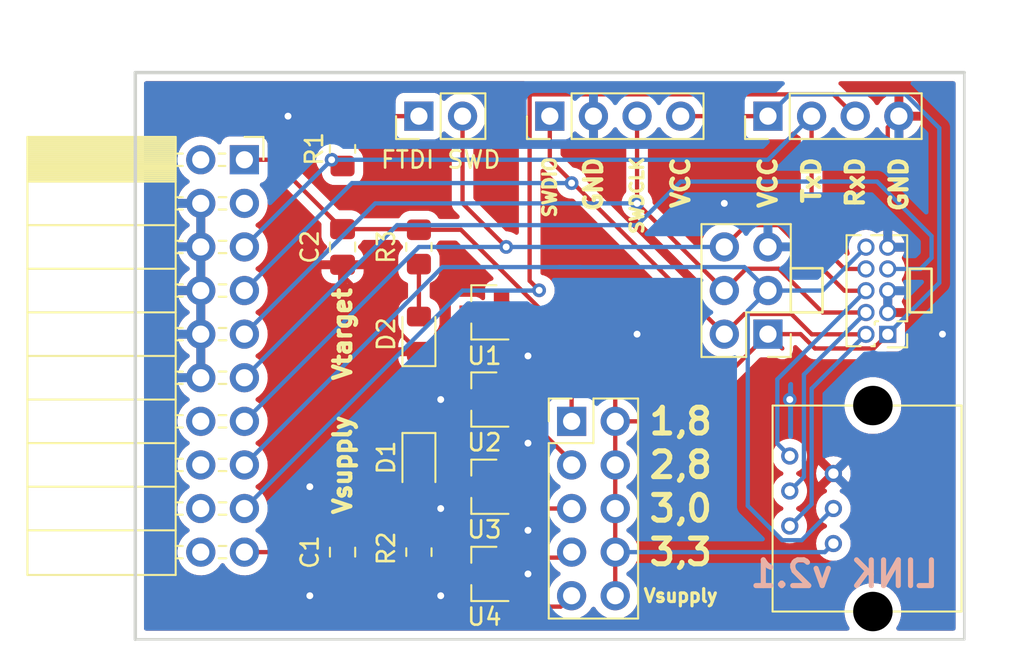
<source format=kicad_pcb>
(kicad_pcb (version 20211014) (generator pcbnew)
  (layers (0 "F.Cu" signal) (31 "B.Cu" signal) (34 "B.Paste" user "B.Plakken") (35 "F.Paste" user "F.Plakken") (36 "B.SilkS" user "B.Silkscreen") (37 "F.SilkS" user "F.Silkscreen") (38 "B.Mask" user) (39 "F.Mask" user "F. masker") (44 "Edge.Cuts" user))
  (net 0 "")
  (net 1 "TMS")
  (net 2 "GND")
  (net 3 "TCK")
  (net 4 "3V3")
  (net 5 "TDO")
  (net 6 "TDI")
  (net 7 "VTref")
  (net 8 "Net-(D2-Pad2)")
  (net 9 "Net-(D1-Pad2)")
  (net 10 "5V")
  (net 11 "2V8")
  (net 12 "1V8")
  (net 13 "3V0")
  (net 15 "nTRST")
  (net 16 "RTCK")
  (net 18 "nSRST")
  (net 20 "DBGRQ")
  (net 23 "Net-(J2-Pad1)")
  (footprint "Resistor_SMD:R_0805_2012Metric_Pad1.20x1.40mm_HandSolder" (layer "F.Cu") (at 137.16 73.66 -90)
    (fp_text reference "R3" (at 0 1.905 -90) (layer "F.SilkS"))
    (fp_text value "R")
    (fp_line (start -0.227064 0.735) (end 0.227064 0.735) (layer "F.SilkS") (width 0.12))
    (fp_line (start -0.227064 -0.735) (end 0.227064 -0.735) (layer "F.SilkS") (width 0.12))
    (pad "1" smd roundrect (at -1 0 270) (size 1.2 1.4) (layers "F.Cu" "F.Paste" "F.Mask") (roundrect_rratio 0.2083333333) (net 7 "VTref"))
    (pad "2" smd roundrect (at 1 0 270) (size 1.2 1.4) (layers "F.Cu" "F.Paste" "F.Mask") (roundrect_rratio 0.2083333333) (net 8 "Net-(D2-Pad2)"))
  )
  (footprint "LED_SMD:LED_0805_2012Metric_Pad1.15x1.40mm_HandSolder" (layer "F.Cu") (at 137.16 86.36 -90)
    (fp_text reference "D1" (at -0.43 1.905 -90) (layer "F.SilkS"))
    (fp_text value "LED")
    (fp_line (start -1.86 0.96) (end 1 0.96) (layer "F.SilkS") (width 0.12))
    (fp_line (start -1.86 -0.96) (end -1.86 0.96) (layer "F.SilkS") (width 0.12))
    (fp_line (start 1 -0.96) (end -1.86 -0.96) (layer "F.SilkS") (width 0.12))
    (pad "1" smd roundrect (at -1.025 0 270) (size 1.15 1.4) (layers "F.Cu" "F.Paste" "F.Mask") (roundrect_rratio 0.2173913043) (net 2 "GND"))
    (pad "2" smd roundrect (at 1.025 0 270) (size 1.15 1.4) (layers "F.Cu" "F.Paste" "F.Mask") (roundrect_rratio 0.2173913043) (net 9 "Net-(D1-Pad2)"))
  )
  (footprint "LED_SMD:LED_0805_2012Metric_Pad1.15x1.40mm_HandSolder" (layer "F.Cu") (at 137.16 78.74 90)
    (fp_text reference "D2" (at 0 -1.905 90) (layer "F.SilkS"))
    (fp_text value "LED")
    (fp_line (start -1.86 -0.96) (end -1.86 0.96) (layer "F.SilkS") (width 0.12))
    (fp_line (start 1 -0.96) (end -1.86 -0.96) (layer "F.SilkS") (width 0.12))
    (fp_line (start -1.86 0.96) (end 1 0.96) (layer "F.SilkS") (width 0.12))
    (pad "1" smd roundrect (at -1.025 0 90) (size 1.15 1.4) (layers "F.Cu" "F.Paste" "F.Mask") (roundrect_rratio 0.2173913043) (net 2 "GND"))
    (pad "2" smd roundrect (at 1.025 0 90) (size 1.15 1.4) (layers "F.Cu" "F.Paste" "F.Mask") (roundrect_rratio 0.2173913043) (net 8 "Net-(D2-Pad2)"))
  )
  (footprint "Connector_PinSocket_2.54mm:PinSocket_2x10_P2.54mm_Horizontal" (layer "F.Cu") (at 127 68.58)
    (fp_text reference "J1" hide)
    (fp_text value "Conn_02x05_Odd_Even")
    (fp_line (start -1.49 5.44) (end -1.05 5.44) (layer "F.SilkS") (width 0.12))
    (fp_line (start -4 13.06) (end -3.59 13.06) (layer "F.SilkS") (width 0.12))
    (fp_line (start -4 2.9) (end -3.59 2.9) (layer "F.SilkS") (width 0.12))
    (fp_line (start -12.63 0.44333) (end -4 0.44333) (layer "F.SilkS") (width 0.12))
    (fp_line (start -4 22.5) (end -3.59 22.5) (layer "F.SilkS") (width 0.12))
    (fp_line (start -12.63 -0.50143) (end -4 -0.50143) (layer "F.SilkS") (width 0.12))
    (fp_line (start -4 20.68) (end -3.59 20.68) (layer "F.SilkS") (width 0.12))
    (fp_line (start -12.63 -0.147145) (end -4 -0.147145) (layer "F.SilkS") (width 0.12))
    (fp_line (start -1.49 14.88) (end -1.05 14.88) (layer "F.SilkS") (width 0.12))
    (fp_line (start -12.63 -1.33) (end -4 -1.33) (layer "F.SilkS") (width 0.12))
    (fp_line (start -4 5.44) (end -3.59 5.44) (layer "F.SilkS") (width 0.12))
    (fp_line (start -1.49 15.6) (end -1.05 15.6) (layer "F.SilkS") (width 0.12))
    (fp_line (start -12.63 21.59) (end -4 21.59) (layer "F.SilkS") (width 0.12))
    (fp_line (start -4 0.36) (end -3.59 0.36) (layer "F.SilkS") (width 0.12))
    (fp_line (start -1.49 10.52) (end -1.05 10.52) (layer "F.SilkS") (width 0.12))
    (fp_line (start -12.63 1.033805) (end -4 1.033805) (layer "F.SilkS") (width 0.12))
    (fp_line (start -4 15.6) (end -3.59 15.6) (layer "F.SilkS") (width 0.12))
    (fp_line (start -12.63 -0.02905) (end -4 -0.02905) (layer "F.SilkS") (width 0.12))
    (fp_line (start -4 17.42) (end -3.59 17.42) (layer "F.SilkS") (width 0.12))
    (fp_line (start -4 23.22) (end -3.59 23.22) (layer "F.SilkS") (width 0.12))
    (fp_line (start 1.11 -1.33) (end 1.11 0) (layer "F.SilkS") (width 0.12))
    (fp_line (start -12.63 -0.383335) (end -4 -0.383335) (layer "F.SilkS") (width 0.12))
    (fp_line (start -4 19.96) (end -3.59 19.96) (layer "F.SilkS") (width 0.12))
    (fp_line (start -12.63 1.27) (end -4 1.27) (layer "F.SilkS") (width 0.12))
    (fp_line (start -1.49 2.9) (end -1.05 2.9) (layer "F.SilkS") (width 0.12))
    (fp_line (start -4 2.18) (end -3.59 2.18) (layer "F.SilkS") (width 0.12))
    (fp_line (start -4 10.52) (end -3.59 10.52) (layer "F.SilkS") (width 0.12))
    (fp_line (start -4 9.8) (end -3.59 9.8) (layer "F.SilkS") (width 0.12))
    (fp_line (start -12.63 0.91571) (end -4 0.91571) (layer "F.SilkS") (width 0.12))
    (fp_line (start -4 18.14) (end -3.59 18.14) (layer "F.SilkS") (width 0.12))
    (fp_line (start -1.49 -0.36) (end -1.11 -0.36) (layer "F.SilkS") (width 0.12))
    (fp_line (start -12.63 -0.97381) (end -4 -0.97381) (layer "F.SilkS") (width 0.12))
    (fp_line (start -4 14.88) (end -3.59 14.88) (layer "F.SilkS") (width 0.12))
    (fp_line (start -12.63 -1.091905) (end -4 -1.091905) (layer "F.SilkS") (width 0.12))
    (fp_line (start -1.49 17.42) (end -1.05 17.42) (layer "F.SilkS") (width 0.12))
    (fp_line (start -12.63 -0.619525) (end -4 -0.619525) (layer "F.SilkS") (width 0.12))
    (fp_line (start -1.49 0.36) (end -1.11 0.36) (layer "F.SilkS") (width 0.12))
    (fp_line (start -1.49 20.68) (end -1.05 20.68) (layer "F.SilkS") (width 0.12))
    (fp_line (start -12.63 -0.855715) (end -4 -0.855715) (layer "F.SilkS") (width 0.12))
    (fp_line (start -1.49 23.22) (end -1.05 23.22) (layer "F.SilkS") (width 0.12))
    (fp_line (start -1.49 2.18) (end -1.05 2.18) (layer "F.SilkS") (width 0.12))
    (fp_line (start -12.63 0.561425) (end -4 0.561425) (layer "F.SilkS") (width 0.12))
    (fp_line (start -4 -0.36) (end -3.59 -0.36) (layer "F.SilkS") (width 0.12))
    (fp_line (start -12.63 -1.33) (end -12.63 24.19) (layer "F.SilkS") (width 0.12))
    (fp_line (start -1.49 18.14) (end -1.05 18.14) (layer "F.SilkS") (width 0.12))
    (fp_line (start -4 12.34) (end -3.59 12.34) (layer "F.SilkS") (width 0.12))
    (fp_line (start -1.49 22.5) (end -1.05 22.5) (layer "F.SilkS") (width 0.12))
    (fp_line (start -12.63 -0.73762) (end -4 -0.73762) (layer "F.SilkS") (width 0.12))
    (fp_line (start -12.63 0.325235) (end -4 0.325235) (layer "F.SilkS") (width 0.12))
    (fp_line (start -12.63 0.20714) (end -4 0.20714) (layer "F.SilkS") (width 0.12))
    (fp_line (start -1.49 7.26) (end -1.05 7.26) (layer "F.SilkS") (width 0.12))
    (fp_line (start -1.49 7.98) (end -1.05 7.98) (layer "F.SilkS") (width 0.12))
    (fp_line (start -1.49 19.96) (end -1.05 19.96) (layer "F.SilkS") (width 0.12))
    (fp_line (start -12.63 13.97) (end -4 13.97) (layer "F.SilkS") (width 0.12))
    (fp_line (start -12.63 1.1519) (end -4 1.1519) (layer "F.SilkS") (width 0.12))
    (fp_line (start -1.49 9.8) (end -1.05 9.8) (layer "F.SilkS") (width 0.12))
    (fp_line (start -12.63 6.35) (end -4 6.35) (layer "F.SilkS") (width 0.12))
    (fp_line (start -1.49 12.34) (end -1.05 12.34) (layer "F.SilkS") (width 0.12))
    (fp_line (start -12.63 0.089045) (end -4 0.089045) (layer "F.SilkS") (width 0.12))
    (fp_line (start -12.63 0.797615) (end -4 0.797615) (layer "F.SilkS") (width 0.12))
    (fp_line (start -4 7.98) (end -3.59 7.98) (layer "F.SilkS") (width 0.12))
    (fp_line (start -12.63 -0.26524) (end -4 -0.26524) (layer "F.SilkS") (width 0.12))
    (fp_line (start -1.49 13.06) (end -1.05 13.06) (layer "F.SilkS") (width 0.12))
    (fp_line (start -12.63 24.19) (end -4 24.19) (layer "F.SilkS") (width 0.12))
    (fp_line (start -12.63 16.51) (end -4 16.51) (layer "F.SilkS") (width 0.12))
    (fp_line (start -12.63 19.05) (end -4 19.05) (layer "F.SilkS") (width 0.12))
    (fp_line (start -4 4.72) (end -3.59 4.72) (layer "F.SilkS") (width 0.12))
    (fp_line (start -12.63 0.67952) (end -4 0.67952) (layer "F.SilkS") (width 0.12))
    (fp_line (start -4 -1.33) (end -4 24.19) (layer "F.SilkS") (width 0.12))
    (fp_line (start -12.63 11.43) (end -4 11.43) (layer "F.SilkS") (width 0.12))
    (fp_line (start -12.63 3.81) (end -4 3.81) (layer "F.SilkS") (width 0.12))
    (fp_line (start 0 -1.33) (end 1.11 -1.33) (layer "F.SilkS") (width 0.12))
    (fp_line (start -12.63 -1.21) (end -4 -1.21) (layer "F.SilkS") (width 0.12))
    (fp_line (start -12.63 8.89) (end -4 8.89) (layer "F.SilkS") (width 0.12))
    (fp_line (start -4 7.26) (end -3.59 7.26) (layer "F.SilkS") (width 0.12))
    (fp_line (start -1.49 4.72) (end -1.05 4.72) (layer "F.SilkS") (width 0.12))
    (pad "1" thru_hole rect locked (at 0 0) (size 1.7 1.7) (drill 1) (layers *.Cu *.Mask) (net 7 "VTref"))
    (pad "2" thru_hole oval locked (at -2.54 0) (size 1.7 1.7) (drill 1) (layers *.Cu *.Mask))
    (pad "3" thru_hole oval locked (at 0 2.54) (size 1.7 1.7) (drill 1) (layers *.Cu *.Mask) (net 15 "nTRST"))
    (pad "4" thru_hole oval locked (at -2.54 2.54) (size 1.7 1.7) (drill 1) (layers *.Cu *.Mask) (net 2 "GND"))
    (pad "5" thru_hole oval locked (at 0 5.08) (size 1.7 1.7) (drill 1) (layers *.Cu *.Mask) (net 6 "TDI"))
    (pad "6" thru_hole oval locked (at -2.54 5.08) (size 1.7 1.7) (drill 1) (layers *.Cu *.Mask) (net 2 "GND"))
    (pad "7" thru_hole oval locked (at 0 7.62) (size 1.7 1.7) (drill 1) (layers *.Cu *.Mask) (net 1 "TMS"))
    (pad "8" thru_hole oval locked (at -2.54 7.62) (size 1.7 1.7) (drill 1) (layers *.Cu *.Mask) (net 2 "GND"))
    (pad "9" thru_hole oval locked (at 0 10.16) (size 1.7 1.7) (drill 1) (layers *.Cu *.Mask) (net 3 "TCK"))
    (pad "10" thru_hole oval locked (at -2.54 10.16) (size 1.7 1.7) (drill 1) (layers *.Cu *.Mask) (net 2 "GND"))
    (pad "11" thru_hole oval locked (at 0 12.7) (size 1.7 1.7) (drill 1) (layers *.Cu *.Mask) (net 16 "RTCK"))
    (pad "12" thru_hole oval locked (at -2.54 12.7) (size 1.7 1.7) (drill 1) (layers *.Cu *.Mask) (net 2 "GND"))
    (pad "13" thru_hole oval locked (at 0 15.24) (size 1.7 1.7) (drill 1) (layers *.Cu *.Mask) (net 5 "TDO"))
    (pad "14" thru_hole oval locked (at -2.54 15.24) (size 1.7 1.7) (drill 1) (layers *.Cu *.Mask))
    (pad "15" thru_hole oval locked (at 0 17.78) (size 1.7 1.7) (drill 1) (layers *.Cu *.Mask) (net 18 "nSRST"))
    (pad "16" thru_hole oval locked (at -2.54 17.78) (size 1.7 1.7) (drill 1) (layers *.Cu *.Mask))
    (pad "17" thru_hole oval locked (at 0 20.32) (size 1.7 1.7) (drill 1) (layers *.Cu *.Mask) (net 20 "DBGRQ"))
    (pad "18" thru_hole oval locked (at -2.54 20.32) (size 1.7 1.7) (drill 1) (layers *.Cu *.Mask))
    (pad "19" thru_hole oval locked (at 0 22.86) (size 1.7 1.7) (drill 1) (layers *.Cu *.Mask) (net 10 "5V"))
    (pad "20" thru_hole oval locked (at -2.54 22.86) (size 1.7 1.7) (drill 1) (layers *.Cu *.Mask))
  )
  (footprint "Connector_PinHeader_2.54mm:PinHeader_1x04_P2.54mm_Vertical" (layer "F.Cu") (at 144.78 66.04 90)
    (fp_text reference "J4" hide)
    (fp_text value "Conn_01x04_Male")
    (fp_line (start -1.33 8.95) (end 1.33 8.95) (layer "F.SilkS") (width 0.12))
    (fp_line (start -1.33 0) (end -1.33 -1.33) (layer "F.SilkS") (width 0.12))
    (fp_line (start -1.33 1.27) (end -1.33 8.95) (layer "F.SilkS") (width 0.12))
    (fp_line (start -1.33 -1.33) (end 0 -1.33) (layer "F.SilkS") (width 0.12))
    (fp_line (start -1.33 1.27) (end 1.33 1.27) (layer "F.SilkS") (width 0.12))
    (fp_line (start 1.33 1.27) (end 1.33 8.95) (layer "F.SilkS") (width 0.12))
    (pad "1" thru_hole rect locked (at 0 0 90) (size 1.7 1.7) (drill 1) (layers *.Cu *.Mask) (net 1 "TMS"))
    (pad "2" thru_hole oval locked (at 0 2.54 90) (size 1.7 1.7) (drill 1) (layers *.Cu *.Mask) (net 2 "GND"))
    (pad "3" thru_hole oval locked (at 0 5.08 90) (size 1.7 1.7) (drill 1) (layers *.Cu *.Mask) (net 3 "TCK"))
    (pad "4" thru_hole oval locked (at 0 7.62 90) (size 1.7 1.7) (drill 1) (layers *.Cu *.Mask) (net 7 "VTref"))
  )
  (footprint "Connector_PinHeader_1.27mm:PinHeader_2x05_P1.27mm_Vertical" (layer "F.Cu") (at 164.455 78.75 180)
    (fp_text reference "J5" hide)
    (fp_text value "Conn_02x05_Odd_Even")
    (fp_line (start -1.13 0) (end -1.13 -0.76) (layer "F.SilkS") (width 0.12))
    (fp_line (start 1.57753 5.775) (end 2.4 5.775) (layer "F.SilkS") (width 0.12))
    (fp_line (start -1.13 -0.76) (end 0 -0.76) (layer "F.SilkS") (width 0.12))
    (fp_line (start 1.57753 -0.695) (end 2.4 -0.695) (layer "F.SilkS") (width 0.12))
    (fp_line (start 0.30753 5.775) (end 0.96247 5.775) (layer "F.SilkS") (width 0.12))
    (fp_line (start -1.13 0.76) (end -0.563471 0.76) (layer "F.SilkS") (width 0.12))
    (fp_line (start 0.76 0.706529) (end 0.76 0.563471) (layer "F.SilkS") (width 0.12))
    (fp_line (start 0.76 -0.695) (end 0.96247 -0.695) (layer "F.SilkS") (width 0.12))
    (fp_line (start 0.563471 0.76) (end 0.706529 0.76) (layer "F.SilkS") (width 0.12))
    (fp_line (start -1.13 0.76) (end -1.13 5.775) (layer "F.SilkS") (width 0.12))
    (fp_line (start -1.13 5.775) (end -0.30753 5.775) (layer "F.SilkS") (width 0.12))
    (fp_line (start 0.76 -0.563471) (end 0.76 -0.695) (layer "F.SilkS") (width 0.12))
    (fp_line (start 2.4 -0.695) (end 2.4 5.775) (layer "F.SilkS") (width 0.12))
    (pad "1" thru_hole rect locked (at 0 0 180) (size 1 1) (drill 0.65) (layers *.Cu *.Mask) (net 7 "VTref"))
    (pad "2" thru_hole oval locked (at 1.27 0 180) (size 1 1) (drill 0.65) (layers *.Cu *.Mask) (net 1 "TMS"))
    (pad "3" thru_hole oval locked (at 0 1.27 180) (size 1 1) (drill 0.65) (layers *.Cu *.Mask) (net 2 "GND"))
    (pad "4" thru_hole oval locked (at 1.27 1.27 180) (size 1 1) (drill 0.65) (layers *.Cu *.Mask) (net 3 "TCK"))
    (pad "5" thru_hole oval locked (at 0 2.54 180) (size 1 1) (drill 0.65) (layers *.Cu *.Mask) (net 2 "GND"))
    (pad "6" thru_hole oval locked (at 1.27 2.54 180) (size 1 1) (drill 0.65) (layers *.Cu *.Mask) (net 5 "TDO"))
    (pad "7" thru_hole oval locked (at 0 3.81 180) (size 1 1) (drill 0.65) (layers *.Cu *.Mask) (net 16 "RTCK"))
    (pad "8" thru_hole oval locked (at 1.27 3.81 180) (size 1 1) (drill 0.65) (layers *.Cu *.Mask) (net 6 "TDI"))
    (pad "9" thru_hole oval locked (at 0 5.08 180) (size 1 1) (drill 0.65) (layers *.Cu *.Mask) (net 2 "GND"))
    (pad "10" thru_hole oval locked (at 1.27 5.08 180) (size 1 1) (drill 0.65) (layers *.Cu *.Mask) (net 18 "nSRST"))
  )
  (footprint "Capacitor_SMD:C_0805_2012Metric_Pad1.18x1.45mm_HandSolder" (layer "F.Cu") (at 132.715 91.44 90)
    (fp_text reference "C1" (at 0 -1.905 90) (layer "F.SilkS"))
    (fp_text value "C_Small")
    (fp_line (start -0.261252 -0.735) (end 0.261252 -0.735) (layer "F.SilkS") (width 0.12))
    (fp_line (start -0.261252 0.735) (end 0.261252 0.735) (layer "F.SilkS") (width 0.12))
    (pad "1" smd roundrect (at -1.0375 0 90) (size 1.175 1.45) (layers "F.Cu" "F.Paste" "F.Mask") (roundrect_rratio 0.2127659574) (net 10 "5V"))
    (pad "2" smd roundrect (at 1.0375 0 90) (size 1.175 1.45) (layers "F.Cu" "F.Paste" "F.Mask") (roundrect_rratio 0.2127659574) (net 2 "GND"))
  )
  (footprint "Capacitor_SMD:C_0805_2012Metric_Pad1.18x1.45mm_HandSolder" (layer "F.Cu") (at 132.715 73.66 -90)
    (fp_text reference "C2" (at 0 1.905 -90) (layer "F.SilkS"))
    (fp_text value "C_Small")
    (fp_line (start -0.261252 0.735) (end 0.261252 0.735) (layer "F.SilkS") (width 0.12))
    (fp_line (start -0.261252 -0.735) (end 0.261252 -0.735) (layer "F.SilkS") (width 0.12))
    (pad "1" smd roundrect (at -1.0375 0 270) (size 1.175 1.45) (layers "F.Cu" "F.Paste" "F.Mask") (roundrect_rratio 0.2127659574) (net 7 "VTref"))
    (pad "2" smd roundrect (at 1.0375 0 270) (size 1.175 1.45) (layers "F.Cu" "F.Paste" "F.Mask") (roundrect_rratio 0.2127659574) (net 2 "GND"))
  )
  (footprint "Connector_PinHeader_2.54mm:PinHeader_1x04_P2.54mm_Vertical" (layer "F.Cu") (at 157.48 66.04 90)
    (fp_text reference "J3" hide)
    (fp_text value "Conn_01x04_Male")
    (fp_line (start -1.33 1.27) (end 1.33 1.27) (layer "F.SilkS") (width 0.12))
    (fp_line (start 1.33 1.27) (end 1.33 8.95) (layer "F.SilkS") (width 0.12))
    (fp_line (start -1.33 -1.33) (end 0 -1.33) (layer "F.SilkS") (width 0.12))
    (fp_line (start -1.33 0) (end -1.33 -1.33) (layer "F.SilkS") (width 0.12))
    (fp_line (start -1.33 8.95) (end 1.33 8.95) (layer "F.SilkS") (width 0.12))
    (fp_line (start -1.33 1.27) (end -1.33 8.95) (layer "F.SilkS") (width 0.12))
    (pad "1" thru_hole rect locked (at 0 0 90) (size 1.7 1.7) (drill 1) (layers *.Cu *.Mask) (net 7 "VTref"))
    (pad "2" thru_hole oval locked (at 0 2.54 90) (size 1.7 1.7) (drill 1) (layers *.Cu *.Mask) (net 6 "TDI"))
    (pad "3" thru_hole oval locked (at 0 5.08 90) (size 1.7 1.7) (drill 1) (layers *.Cu *.Mask) (net 20 "DBGRQ"))
    (pad "4" thru_hole oval locked (at 0 7.62 90) (size 1.7 1.7) (drill 1) (layers *.Cu *.Mask) (net 2 "GND"))
  )
  (footprint "Resistor_SMD:R_0805_2012Metric_Pad1.20x1.40mm_HandSolder" (layer "F.Cu") (at 137.16 91.44 90)
    (fp_text reference "R2" (at 0.2175 -1.905 90) (layer "F.SilkS"))
    (fp_text value "R")
    (fp_line (start -0.227064 -0.735) (end 0.227064 -0.735) (layer "F.SilkS") (width 0.12))
    (fp_line (start -0.227064 0.735) (end 0.227064 0.735) (layer "F.SilkS") (width 0.12))
    (pad "1" smd roundrect (at -1 0 90) (size 1.2 1.4) (layers "F.Cu" "F.Paste" "F.Mask") (roundrect_rratio 0.2083333333) (net 10 "5V"))
    (pad "2" smd roundrect (at 1 0 90) (size 1.2 1.4) (layers "F.Cu" "F.Paste" "F.Mask") (roundrect_rratio 0.2083333333) (net 9 "Net-(D1-Pad2)"))
  )
  (footprint "AvS_Connector:RJ11" (layer "F.Cu") (at 158.75 88.9 -90)
    (fp_text reference "J6" hide)
    (fp_text value "RJ12")
    (fp_line (start 6 1) (end -6 1) (layer "F.SilkS") (width 0.12))
    (fp_line (start 6 -10) (end 6 -5) (layer "F.SilkS") (width 0.12))
    (fp_line (start -6 1) (end -6 -5) (layer "F.SilkS") (width 0.12))
    (fp_line (start -6 -5) (end -6 -10) (layer "F.SilkS") (width 0.12))
    (fp_line (start 6 -5) (end 6 1) (layer "F.SilkS") (width 0.12))
    (fp_line (start -6 -10) (end 6 -10) (layer "F.SilkS") (width 0.12))
    (pad "" np_thru_hole circle (at 6 -4.84 270) (size 2.3 2.3) (drill 2.3) (layers *.Mask))
    (pad "" np_thru_hole circle (at -6 -4.84 270) (size 2.3 2.3) (drill 2.3) (layers *.Mask))
    (pad "1" thru_hole circle (at -3.06 0 270) (size 1 1) (drill 0.6) (layers *.Cu *.Mask) (net 5 "TDO"))
    (pad "2" thru_hole circle (at -2.04 -2.54 270) (size 1 1) (drill 0.6) (layers *.Cu *.Mask) (net 2 "GND"))
    (pad "3" thru_hole circle (at -1.02 0 270) (size 1 1) (drill 0.6) (layers *.Cu *.Mask) (net 3 "TCK"))
    (pad "4" thru_hole circle (at 0 -2.54 270) (size 1 1) (drill 0.6) (layers *.Cu *.Mask) (net 18 "nSRST"))
    (pad "5" thru_hole circle (at 1.02 0 270) (size 1 1) (drill 0.6) (layers *.Cu *.Mask) (net 1 "TMS"))
    (pad "6" thru_hole circle (at 2.04 -2.54 270) (size 1 1) (drill 0.6) (layers *.Cu *.Mask) (net 7 "VTref"))
  )
  (footprint "Connector_PinHeader_2.54mm:PinHeader_2x03_P2.54mm_Vertical" (layer "F.Cu") (at 157.48 78.74 180)
    (fp_text reference "J7" hide)
    (fp_text value "Conn_02x03_Odd_Even")
    (fp_line (start -1.33 -1.33) (end 0 -1.33) (layer "F.SilkS") (width 0.12))
    (fp_line (start -1.33 1.27) (end 1.27 1.27) (layer "F.SilkS") (width 0.12))
    (fp_line (start 1.27 1.27) (end 1.27 -1.33) (layer "F.SilkS") (width 0.12))
    (fp_line (start -1.33 6.41) (end 3.87 6.41) (layer "F.SilkS") (width 0.12))
    (fp_line (start 1.27 -1.33) (end 3.87 -1.33) (layer "F.SilkS") (width 0.12))
    (fp_line (start -1.33 1.27) (end -1.33 6.41) (layer "F.SilkS") (width 0.12))
    (fp_line (start 3.87 -1.33) (end 3.87 6.41) (layer "F.SilkS") (width 0.12))
    (fp_line (start -1.33 0) (end -1.33 -1.33) (layer "F.SilkS") (width 0.12))
    (pad "1" thru_hole rect locked (at 0 0 180) (size 1.7 1.7) (drill 1) (layers *.Cu *.Mask) (net 7 "VTref"))
    (pad "2" thru_hole oval locked (at 2.54 0 180) (size 1.7 1.7) (drill 1) (layers *.Cu *.Mask) (net 1 "TMS"))
    (pad "3" thru_hole oval locked (at 0 2.54 180) (size 1.7 1.7) (drill 1) (layers *.Cu *.Mask) (net 18 "nSRST"))
    (pad "4" thru_hole oval locked (at 2.54 2.54 180) (size 1.7 1.7) (drill 1) (layers *.Cu *.Mask) (net 3 "TCK"))
    (pad "5" thru_hole oval locked (at 0 5.08 180) (size 1.7 1.7) (drill 1) (layers *.Cu *.Mask) (net 2 "GND"))
    (pad "6" thru_hole oval locked (at 2.54 5.08 180) (size 1.7 1.7) (drill 1) (layers *.Cu *.Mask) (net 5 "TDO"))
  )
  (footprint "Connector_PinHeader_2.54mm:PinHeader_2x05_P2.54mm_Vertical" (layer "F.Cu") (at 146.05 83.82)
    (fp_text reference "J8" hide)
    (fp_text value "Conn_02x05_Counter_Clockwise")
    (fp_line (start -1.33 0) (end -1.33 -1.33) (layer "F.SilkS") (width 0.12))
    (fp_line (start 3.87 -1.33) (end 3.87 11.49) (layer "F.SilkS") (width 0.12))
    (fp_line (start 1.27 1.27) (end 1.27 -1.33) (layer "F.SilkS") (width 0.12))
    (fp_line (start -1.33 1.27) (end 1.27 1.27) (layer "F.SilkS") (width 0.12))
    (fp_line (start 1.27 -1.33) (end 3.87 -1.33) (layer "F.SilkS") (width 0.12))
    (fp_line (start -1.33 -1.33) (end 0 -1.33) (layer "F.SilkS") (width 0.12))
    (fp_line (start -1.33 1.27) (end -1.33 11.49) (layer "F.SilkS") (width 0.12))
    (fp_line (start -1.33 11.49) (end 3.87 11.49) (layer "F.SilkS") (width 0.12))
    (pad "1" thru_hole rect (at 0 0) (size 1.7 1.7) (drill 1) (layers *.Cu *.Mask) (net 12 "1V8"))
    (pad "2" thru_hole oval (at 2.54 0) (size 1.7 1.7) (drill 1) (layers *.Cu *.Mask) (net 7 "VTref"))
    (pad "3" thru_hole oval (at 0 2.54) (size 1.7 1.7) (drill 1) (layers *.Cu *.Mask) (net 11 "2V8"))
    (pad "4" thru_hole oval (at 2.54 2.54) (size 1.7 1.7) (drill 1) (layers *.Cu *.Mask) (net 7 "VTref"))
    (pad "5" thru_hole oval (at 0 5.08) (size 1.7 1.7) (drill 1) (layers *.Cu *.Mask) (net 13 "3V0"))
    (pad "6" thru_hole oval (at 2.54 5.08) (size 1.7 1.7) (drill 1) (layers *.Cu *.Mask) (net 7 "VTref"))
    (pad "7" thru_hole oval (at 0 7.62) (size 1.7 1.7) (drill 1) (layers *.Cu *.Mask) (net 4 "3V3"))
    (pad "8" thru_hole oval (at 2.54 7.62) (size 1.7 1.7) (drill 1) (layers *.Cu *.Mask) (net 7 "VTref"))
    (pad "9" thru_hole oval (at 0 10.16) (size 1.7 1.7) (drill 1) (layers *.Cu *.Mask) (net 10 "5V"))
    (pad "10" thru_hole oval (at 2.54 10.16) (size 1.7 1.7) (drill 1) (layers *.Cu *.Mask) (net 7 "VTref"))
  )
  (footprint "Package_TO_SOT_SMD:SOT-23" (layer "F.Cu") (at 140.97 92.71 180)
    (fp_text reference "U4" (at 0 -2.5 180) (layer "F.SilkS"))
    (fp_text value "MCP1700-3302E_SOT23" hide)
    (fp_line (start 0.76 -1.58) (end 0.76 -0.65) (layer "F.SilkS") (width 0.12))
    (fp_line (start 0.76 -1.58) (end -1.4 -1.58) (layer "F.SilkS") (width 0.12))
    (fp_line (start 0.76 1.58) (end -0.7 1.58) (layer "F.SilkS") (width 0.12))
    (fp_line (start 0.76 1.58) (end 0.76 0.65) (layer "F.SilkS") (width 0.12))
    (pad "1" smd rect locked (at -1 -0.95 180) (size 0.9 0.8) (layers "F.Cu" "F.Paste" "F.Mask") (net 2 "GND"))
    (pad "2" smd rect locked (at -1 0.95 180) (size 0.9 0.8) (layers "F.Cu" "F.Paste" "F.Mask") (net 4 "3V3"))
    (pad "3" smd rect locked (at 1 0 180) (size 0.9 0.8) (layers "F.Cu" "F.Paste" "F.Mask") (net 10 "5V"))
  )
  (footprint "Package_TO_SOT_SMD:SOT-23" (layer "F.Cu") (at 140.97 87.63 180)
    (fp_text reference "U3" (at 0 -2.5 180) (layer "F.SilkS"))
    (fp_text value "MCP1700-3002E_SOT23" hide)
    (fp_line (start 0.76 -1.58) (end 0.76 -0.65) (layer "F.SilkS") (width 0.12))
    (fp_line (start 0.76 1.58) (end 0.76 0.65) (layer "F.SilkS") (width 0.12))
    (fp_line (start 0.76 -1.58) (end -1.4 -1.58) (layer "F.SilkS") (width 0.12))
    (fp_line (start 0.76 1.58) (end -0.7 1.58) (layer "F.SilkS") (width 0.12))
    (pad "1" smd rect locked (at -1 -0.95 180) (size 0.9 0.8) (layers "F.Cu" "F.Paste" "F.Mask") (net 2 "GND"))
    (pad "2" smd rect locked (at -1 0.95 180) (size 0.9 0.8) (layers "F.Cu" "F.Paste" "F.Mask") (net 13 "3V0"))
    (pad "3" smd rect locked (at 1 0 180) (size 0.9 0.8) (layers "F.Cu" "F.Paste" "F.Mask") (net 10 "5V"))
  )
  (footprint "Package_TO_SOT_SMD:SOT-23" (layer "F.Cu") (at 140.97 82.55 180)
    (fp_text reference "U2" (at 0 -2.5 180) (layer "F.SilkS"))
    (fp_text value "MCP1700-2802E_SOT23" hide)
    (fp_line (start 0.76 -1.58) (end 0.76 -0.65) (layer "F.SilkS") (width 0.12))
    (fp_line (start 0.76 1.58) (end 0.76 0.65) (layer "F.SilkS") (width 0.12))
    (fp_line (start 0.76 -1.58) (end -1.4 -1.58) (layer "F.SilkS") (width 0.12))
    (fp_line (start 0.76 1.58) (end -0.7 1.58) (layer "F.SilkS") (width 0.12))
    (pad "1" smd rect locked (at -1 -0.95 180) (size 0.9 0.8) (layers "F.Cu" "F.Paste" "F.Mask") (net 2 "GND"))
    (pad "2" smd rect locked (at -1 0.95 180) (size 0.9 0.8) (layers "F.Cu" "F.Paste" "F.Mask") (net 11 "2V8"))
    (pad "3" smd rect locked (at 1 0 180) (size 0.9 0.8) (layers "F.Cu" "F.Paste" "F.Mask") (net 10 "5V"))
  )
  (footprint "Package_TO_SOT_SMD:SOT-23" (layer "F.Cu") (at 140.97 77.47 180)
    (fp_text reference "U1" (at 0 -2.54 180) (layer "F.SilkS"))
    (fp_text value "MCP1700-1802E_SOT23" hide)
    (fp_line (start 0.76 1.58) (end -0.7 1.58) (layer "F.SilkS") (width 0.12))
    (fp_line (start 0.76 -1.58) (end -1.4 -1.58) (layer "F.SilkS") (width 0.12))
    (fp_line (start 0.76 1.58) (end 0.76 0.65) (layer "F.SilkS") (width 0.12))
    (fp_line (start 0.76 -1.58) (end 0.76 -0.65) (layer "F.SilkS") (width 0.12))
    (pad "1" smd rect locked (at -1 -0.95 180) (size 0.9 0.8) (layers "F.Cu" "F.Paste" "F.Mask") (net 2 "GND"))
    (pad "2" smd rect locked (at -1 0.95 180) (size 0.9 0.8) (layers "F.Cu" "F.Paste" "F.Mask") (net 12 "1V8"))
    (pad "3" smd rect locked (at 1 0 180) (size 0.9 0.8) (layers "F.Cu" "F.Paste" "F.Mask") (net 10 "5V"))
  )
  (footprint "Connector_PinHeader_2.54mm:PinHeader_1x02_P2.54mm_Vertical" (layer "F.Cu") (at 137.16 66.04 90)
    (fp_text reference "J2" hide)
    (fp_text value "Conn_02x01")
    (fp_line (start -1.33 1.27) (end 1.33 1.27) (layer "F.SilkS") (width 0.12))
    (fp_line (start -1.33 3.87) (end 1.33 3.87) (layer "F.SilkS") (width 0.12))
    (fp_line (start -1.33 0) (end -1.33 -1.33) (layer "F.SilkS") (width 0.12))
    (fp_line (start -1.33 1.27) (end -1.33 3.87) (layer "F.SilkS") (width 0.12))
    (fp_line (start 1.33 1.27) (end 1.33 3.87) (layer "F.SilkS") (width 0.12))
    (fp_line (start -1.33 -1.33) (end 0 -1.33) (layer "F.SilkS") (width 0.12))
    (pad "1" thru_hole rect (at 0 0 90) (size 1.7 1.7) (drill 1) (layers *.Cu *.Mask) (net 23 "Net-(J2-Pad1)"))
    (pad "2" thru_hole oval (at 0 2.54 90) (size 1.7 1.7) (drill 1) (layers *.Cu *.Mask) (net 5 "TDO"))
  )
  (footprint "Resistor_SMD:R_0805_2012Metric_Pad1.20x1.40mm_HandSolder" (layer "F.Cu") (at 132.715 67.945 90)
    (fp_text reference "R1" (at 0 -1.65 90) (layer "F.SilkS"))
    (fp_text value "R")
    (fp_line (start -0.227064 -0.735) (end 0.227064 -0.735) (layer "F.SilkS") (width 0.12))
    (fp_line (start -0.227064 0.735) (end 0.227064 0.735) (layer "F.SilkS") (width 0.12))
    (pad "1" smd roundrect (at -1 0 90) (size 1.2 1.4) (layers "F.Cu" "F.Paste" "F.Mask") (roundrect_rratio 0.2083333333) (net 6 "TDI"))
    (pad "2" smd roundrect (at 1 0 90) (size 1.2 1.4) (layers "F.Cu" "F.Paste" "F.Mask") (roundrect_rratio 0.2083333333) (net 23 "Net-(J2-Pad1)"))
  )
  (gr_rect (start 158.81 74.9) (end 160.655 77.47) (layer "F.SilkS") (width 0.15) (fill none))
  (gr_rect (start 165.735 74.93) (end 167.005 77.47) (layer "F.SilkS") (width 0.15) (fill none))
  (gr_line (start 120.65 63.5) (end 168.91 63.5) (layer "Edge.Cuts") (width 0.2))
  (gr_line (start 120.65 96.52) (end 120.65 63.5) (layer "Edge.Cuts") (width 0.2))
  (gr_line (start 120.65 96.52) (end 168.91 96.52) (layer "Edge.Cuts") (width 0.15))
  (gr_line (start 168.91 63.5) (end 168.91 96.52) (layer "Edge.Cuts") (width 0.15))
  (gr_text "LINK v2.1" (at 161.925 92.71) (layer "B.SilkS") (effects (font (size 1.5 1.5) (thickness 0.3)) (justify mirror)))
  (gr_text "SWDCLK" (at 149.86 68.326 90) (layer "F.SilkS") (effects (font (size 0.75 0.75) (thickness 0.1875)) (justify right)))
  (gr_text "VCC" (at 152.4 68.326 90) (layer "F.SilkS") (effects (font (size 1 1) (thickness 0.25)) (justify right)))
  (gr_text "VCC" (at 157.48 68.326 90) (layer "F.SilkS") (effects (font (size 1 1) (thickness 0.25)) (justify right)))
  (gr_text "GND" (at 165.1 68.326 90) (layer "F.SilkS") (effects (font (size 1 1) (thickness 0.25)) (justify right)))
  (gr_text "RxD" (at 162.56 68.326 90) (layer "F.SilkS") (effects (font (size 1 1) (thickness 0.25)) (justify right)))
  (gr_text "TxD" (at 160.02 68.326 90) (layer "F.SilkS") (effects (font (size 1 1) (thickness 0.25)) (justify right)))
  (gr_text "FTDI SWD" (at 138.43 68.58) (layer "F.SilkS") (effects (font (size 1 1))))
  (gr_text "3,3" (at 152.4 91.44) (layer "F.SilkS") (effects (font (size 1.5 1.5) (thickness 0.3))))
  (gr_text "SWDIO" (at 144.78 68.326 90) (layer "F.SilkS") (effects (font (size 0.75 0.75) (thickness 0.1875)) (justify right)))
  (gr_text "Vtarget" (at 132.715 78.74 90) (layer "F.SilkS") (effects (font (size 1 1) (thickness 0.25))))
  (gr_text "3,0" (at 152.4 88.9) (layer "F.SilkS") (effects (font (size 1.5 1.5) (thickness 0.3))))
  (gr_text "2,8" (at 152.4 86.36) (layer "F.SilkS") (effects (font (size 1.5 1.5) (thickness 0.3))))
  (gr_text "Vsupply" (at 152.4 93.98) (layer "F.SilkS") (effects (font (size 0.75 0.75) (thickness 0.1875))))
  (gr_text "GND" (at 147.32 68.326 90) (layer "F.SilkS") (effects (font (size 1 1) (thickness 0.25)) (justify right)))
  (gr_text "Vsupply" (at 132.715 86.36 90) (layer "F.SilkS") (effects (font (size 1 1) (thickness 0.25))))
  (gr_text "1,8" (at 152.4 83.82) (layer "F.SilkS") (effects (font (size 1.5 1.5) (thickness 0.3))))
  (segment (start 158.845489 77.565489) (end 160.03 78.75) (width 0.25) (layer "F.Cu") (net 1))
  (segment (start 156.114511 77.565489) (end 158.845489 77.565489) (width 0.25) (layer "F.Cu") (net 1))
  (segment (start 160.03 78.75) (end 163.185 78.75) (width 0.25) (layer "F.Cu") (net 1))
  (segment (start 144.78 66.04) (end 144.78 68.58) (width 0.25) (layer "F.Cu") (net 1))
  (segment (start 144.78 68.58) (end 154.94 78.74) (width 0.25) (layer "F.Cu") (net 1))
  (segment (start 154.94 78.74) (end 156.114511 77.565489) (width 0.25) (layer "F.Cu") (net 1))
  (via (at 146.05 69.9395) (size 0.8) (drill 0.4) (layers "F.Cu" "B.Cu") (net 1))
  (segment (start 158.75 89.92) (end 160.024031 88.645969) (width 0.25) (layer "B.Cu") (net 1))
  (segment (start 160.024031 88.645969) (end 160.024031 81.910969) (width 0.25) (layer "B.Cu") (net 1))
  (segment (start 127 76.2) (end 133.2605 69.9395) (width 0.25) (layer "B.Cu") (net 1))
  (segment (start 133.2605 69.9395) (end 146.05 69.9395) (width 0.25) (layer "B.Cu") (net 1))
  (segment (start 160.024031 81.910969) (end 163.185 78.75) (width 0.25) (layer "B.Cu") (net 1))
  (segment (start 137.16 85.335) (end 137.16 79.765) (width 0.25) (layer "F.Cu") (net 2))
  (segment (start 164.455 66.685) (end 165.1 66.04) (width 0.25) (layer "F.Cu") (net 2))
  (segment (start 141.195489 79.194511) (end 141.97 78.42) (width 0.25) (layer "F.Cu") (net 2))
  (segment (start 132.715 90.4025) (end 132.715 89.78) (width 0.25) (layer "F.Cu") (net 2))
  (segment (start 141.195489 87.805489) (end 141.195489 84.274511) (width 0.25) (layer "F.Cu") (net 2))
  (segment (start 141.97 88.58) (end 141.195489 87.805489) (width 0.25) (layer "F.Cu") (net 2))
  (segment (start 132.715 89.78) (end 137.16 85.335) (width 0.25) (layer "F.Cu") (net 2))
  (segment (start 141.195489 92.885489) (end 141.195489 89.354511) (width 0.25) (layer "F.Cu") (net 2))
  (segment (start 141.97 93.66) (end 141.195489 92.885489) (width 0.25) (layer "F.Cu") (net 2))
  (segment (start 137.16 79.765) (end 132.715 75.32) (width 0.25) (layer "F.Cu") (net 2))
  (segment (start 164.455 73.67) (end 164.455 66.685) (width 0.25) (layer "F.Cu") (net 2))
  (segment (start 141.195489 84.274511) (end 141.97 83.5) (width 0.25) (layer "F.Cu") (net 2))
  (segment (start 141.195489 89.354511) (end 141.97 88.58) (width 0.25) (layer "F.Cu") (net 2))
  (segment (start 141.97 83.5) (end 141.195489 82.725489) (width 0.25) (layer "F.Cu") (net 2))
  (segment (start 132.715 75.32) (end 132.715 74.6975) (width 0.25) (layer "F.Cu") (net 2))
  (segment (start 141.195489 82.725489) (end 141.195489 79.194511) (width 0.25) (layer "F.Cu") (net 2))
  (via (at 143.51 85.09) (size 0.8) (drill 0.4) (layers "F.Cu" "B.Cu") (net 2))
  (via (at 149.86 78.74) (size 0.8) (drill 0.4) (layers "F.Cu" "B.Cu") (net 2))
  (via (at 138.43 82.55) (size 0.8) (drill 0.4) (layers "F.Cu" "B.Cu") (net 2))
  (via (at 158.75 82.55) (size 0.8) (drill 0.4) (layers "F.Cu" "B.Cu") (net 2))
  (via (at 138.43 88.9) (size 0.8) (drill 0.4) (layers "F.Cu" "B.Cu") (net 2))
  (via (at 129.54 66.04) (size 0.8) (drill 0.4) (layers "F.Cu" "B.Cu") (net 2))
  (via (at 143.51 90.17) (size 0.8) (drill 0.4) (layers "F.Cu" "B.Cu") (net 2))
  (via (at 130.81 93.98) (size 0.8) (drill 0.4) (layers "F.Cu" "B.Cu") (net 2))
  (via (at 138.43 93.98) (size 0.8) (drill 0.4) (layers "F.Cu" "B.Cu") (net 2))
  (via (at 154.94 71.12) (size 0.8) (drill 0.4) (layers "F.Cu" "B.Cu") (net 2))
  (via (at 143.51 80.01) (size 0.8) (drill 0.4) (layers "F.Cu" "B.Cu") (net 2))
  (via (at 130.81 87.63) (size 0.8) (drill 0.4) (layers "F.Cu" "B.Cu") (net 2))
  (via (at 167.64 78.74) (size 0.8) (drill 0.4) (layers "F.Cu" "B.Cu") (net 2))
  (via (at 143.51 92.71) (size 0.8) (drill 0.4) (layers "F.Cu" "B.Cu") (net 2))
  (segment (start 160.665 77.48) (end 163.185 77.48) (width 0.25) (layer "F.Cu") (net 3))
  (segment (start 154.94 76.2) (end 156.21 74.93) (width 0.25) (layer "F.Cu") (net 3))
  (segment (start 149.86 71.12) (end 149.86 66.04) (width 0.25) (layer "F.Cu") (net 3))
  (segment (start 154.94 76.2) (end 149.86 71.12) (width 0.25) (layer "F.Cu") (net 3))
  (segment (start 158.115 74.93) (end 160.665 77.48) (width 0.25) (layer "F.Cu") (net 3))
  (segment (start 156.21 74.93) (end 158.115 74.93) (width 0.25) (layer "F.Cu") (net 3))
  (via (at 149.86 71.12) (size 0.8) (drill 0.4) (layers "F.Cu" "B.Cu") (net 3))
  (segment (start 159.574511 86.106) (end 159.574511 81.217489) (width 0.25) (layer "B.Cu") (net 3))
  (segment (start 163.185 77.48) (end 159.574511 81.090489) (width 0.25) (layer "B.Cu") (net 3))
  (segment (start 158.75 87.88) (end 159.574511 87.055489) (width 0.25) (layer "B.Cu") (net 3))
  (segment (start 159.574511 81.090489) (end 159.574511 81.217489) (width 0.25) (layer "B.Cu") (net 3))
  (segment (start 159.574511 87.055489) (end 159.574511 86.106) (width 0.25) (layer "B.Cu") (net 3))
  (segment (start 127 78.74) (end 134.62 71.12) (width 0.25) (layer "B.Cu") (net 3))
  (segment (start 134.62 71.12) (end 149.86 71.12) (width 0.25) (layer "B.Cu") (net 3))
  (segment (start 141.97 91.76) (end 145.73 91.76) (width 0.25) (layer "F.Cu") (net 4))
  (segment (start 145.73 91.76) (end 146.05 91.44) (width 0.25) (layer "F.Cu") (net 4))
  (segment (start 156.21 72.39) (end 158.115 72.39) (width 0.25) (layer "F.Cu") (net 5))
  (segment (start 158.115 72.39) (end 161.935 76.21) (width 0.25) (layer "F.Cu") (net 5))
  (segment (start 161.935 76.21) (end 163.185 76.21) (width 0.25) (layer "F.Cu") (net 5))
  (segment (start 154.94 73.66) (end 156.21 72.39) (width 0.25) (layer "F.Cu") (net 5))
  (segment (start 139.7 71.12) (end 142.24 73.66) (width 0.25) (layer "F.Cu") (net 5))
  (segment (start 139.7 66.04) (end 139.7 71.12) (width 0.25) (layer "F.Cu") (net 5))
  (via (at 142.24 73.66) (size 0.8) (drill 0.4) (layers "F.Cu" "B.Cu") (net 5))
  (segment (start 158.025489 81.369511) (end 163.185 76.21) (width 0.25) (layer "B.Cu") (net 5))
  (segment (start 137.16 73.66) (end 154.94 73.66) (width 0.25) (layer "B.Cu") (net 5))
  (segment (start 158.025489 85.115489) (end 158.025489 81.369511) (width 0.25) (layer "B.Cu") (net 5))
  (segment (start 127 83.82) (end 137.16 73.66) (width 0.25) (layer "B.Cu") (net 5))
  (segment (start 158.75 85.84) (end 158.025489 85.115489) (width 0.25) (layer "B.Cu") (net 5))
  (segment (start 160.02 66.04) (end 160.02 73.025) (width 0.25) (layer "F.Cu") (net 6))
  (segment (start 161.935 74.94) (end 163.185 74.94) (width 0.25) (layer "F.Cu") (net 6))
  (segment (start 160.02 73.025) (end 161.935 74.94) (width 0.25) (layer "F.Cu") (net 6))
  (via (at 132.08 68.58) (size 0.8) (drill 0.4) (layers "F.Cu" "B.Cu") (net 6))
  (segment (start 127 73.66) (end 131.445 69.215) (width 0.25) (layer "B.Cu") (net 6))
  (segment (start 157.48 68.58) (end 160.02 66.04) (width 0.25) (layer "B.Cu") (net 6))
  (segment (start 131.445 69.215) (end 132.08 68.58) (width 0.25) (layer "B.Cu") (net 6))
  (segment (start 132.08 68.58) (end 157.48 68.58) (width 0.25) (layer "B.Cu") (net 6))
  (segment (start 137.1225 72.6225) (end 137.16 72.66) (width 0.25) (layer "F.Cu") (net 7))
  (segment (start 159.702141 79.057859) (end 160.218793 79.574511) (width 0.25) (layer "F.Cu") (net 7))
  (segment (start 127 68.58) (end 128.6725 68.58) (width 0.25) (layer "F.Cu") (net 7))
  (segment (start 139.609022 72.66) (end 148.59 81.640978) (width 0.25) (layer "F.Cu") (net 7))
  (segment (start 160.218793 79.574511) (end 163.630489 79.574511) (width 0.25) (layer "F.Cu") (net 7))
  (segment (start 132.715 72.6225) (end 137.1225 72.6225) (width 0.25) (layer "F.Cu") (net 7))
  (segment (start 164.455 78.75) (end 163.630489 79.574511) (width 0.25) (layer "F.Cu") (net 7))
  (segment (start 157.48 78.74) (end 159.384282 78.74) (width 0.25) (layer "F.Cu") (net 7))
  (segment (start 157.48 78.74) (end 152.4 83.82) (width 0.25) (layer "F.Cu") (net 7))
  (segment (start 163.630489 79.574511) (end 163.83 79.375) (width 0.25) (layer "F.Cu") (net 7))
  (segment (start 158.314511 79.574511) (end 157.48 78.74) (width 0.25) (layer "F.Cu") (net 7))
  (segment (start 128.6725 68.58) (end 132.715 72.6225) (width 0.25) (layer "F.Cu") (net 7))
  (segment (start 148.59 83.82) (end 148.59 93.98) (width 0.25) (layer "F.Cu") (net 7))
  (segment (start 159.384282 78.74) (end 159.702141 79.057859) (width 0.25) (layer "F.Cu") (net 7))
  (segment (start 152.4 83.82) (end 148.59 83.82) (width 0.25) (layer "F.Cu") (net 7))
  (segment (start 148.59 81.640978) (end 148.59 83.82) (width 0.25) (layer "F.Cu") (net 7))
  (segment (start 152.4 66.04) (end 157.48 66.04) (width 0.25) (layer "F.Cu") (net 7))
  (segment (start 149.11 85.84) (end 148.59 86.36) (width 0.25) (layer "F.Cu") (net 7))
  (segment (start 137.16 72.66) (end 139.609022 72.66) (width 0.25) (layer "F.Cu") (net 7))
  (segment (start 148.59 91.44) (end 160.790001 91.439999) (width 0.25) (layer "B.Cu") (net 7))
  (segment (start 160.790001 91.439999) (end 161.29 90.94) (width 0.25) (layer "B.Cu") (net 7))
  (segment (start 165.49101 64.77) (end 158.75 64.77) (width 0.25) (layer "B.Cu") (net 7))
  (segment (start 158.75 64.77) (end 157.48 66.04) (width 0.25) (layer "B.Cu") (net 7))
  (segment (start 167.45452 66.73351) (end 165.49101 64.77) (width 0.25) (layer "B.Cu") (net 7))
  (segment (start 167.45452 75.75048) (end 167.45452 66.73351) (width 0.25) (layer "B.Cu") (net 7))
  (segment (start 164.455 78.75) (end 167.45452 75.75048) (width 0.25) (layer "B.Cu") (net 7))
  (segment (start 137.16 77.715) (end 137.16 74.66) (width 0.25) (layer "F.Cu") (net 8))
  (segment (start 137.16 90.44) (end 137.16 87.385) (width 0.25) (layer "F.Cu") (net 9))
  (segment (start 137.43 92.71) (end 139.97 92.71) (width 0.25) (layer "F.Cu") (net 10))
  (segment (start 139.97 87.63) (end 139.97 82.55) (width 0.25) (layer "F.Cu") (net 10))
  (segment (start 139.97 92.71) (end 139.97 87.63) (width 0.25) (layer "F.Cu") (net 10))
  (segment (start 128.905 91.44) (end 129.9425 92.4775) (width 0.25) (layer "F.Cu") (net 10))
  (segment (start 139.97 93.36) (end 141.225 94.615) (width 0.25) (layer "F.Cu") (net 10))
  (segment (start 132.715 92.4775) (end 137.1225 92.4775) (width 0.25) (layer "F.Cu") (net 10))
  (segment (start 137.16 92.44) (end 137.43 92.71) (width 0.25) (layer "F.Cu") (net 10))
  (segment (start 139.97 92.71) (end 139.97 93.36) (width 0.25) (layer "F.Cu") (net 10))
  (segment (start 139.97 82.55) (end 139.97 77.47) (width 0.25) (layer "F.Cu") (net 10))
  (segment (start 129.9425 92.4775) (end 132.715 92.4775) (width 0.25) (layer "F.Cu") (net 10))
  (segment (start 127 91.44) (end 128.905 91.44) (width 0.25) (layer "F.Cu") (net 10))
  (segment (start 145.415 94.615) (end 146.05 93.98) (width 0.25) (layer "F.Cu") (net 10))
  (segment (start 137.1225 92.4775) (end 137.16 92.44) (width 0.25) (layer "F.Cu") (net 10))
  (segment (start 141.225 94.615) (end 145.415 94.615) (width 0.25) (layer "F.Cu") (net 10))
  (segment (start 141.97 81.6) (end 141.97 82.089022) (width 0.25) (layer "F.Cu") (net 11))
  (segment (start 146.05 86.169022) (end 146.05 86.36) (width 0.25) (layer "F.Cu") (net 11))
  (segment (start 141.97 82.089022) (end 146.05 86.169022) (width 0.25) (layer "F.Cu") (net 11))
  (segment (start 146.05 80.6) (end 146.05 83.82) (width 0.25) (layer "F.Cu") (net 12))
  (segment (start 141.97 76.52) (end 146.05 80.6) (width 0.25) (layer "F.Cu") (net 12))
  (segment (start 141.97 86.68) (end 141.97 86.725) (width 0.25) (layer "F.Cu") (net 13))
  (segment (start 141.97 86.725) (end 144.145 88.9) (width 0.25) (layer "F.Cu") (net 13))
  (segment (start 144.145 88.9) (end 146.05 88.9) (width 0.25) (layer "F.Cu") (net 13))
  (segment (start 149.86 72.39) (end 152.4 69.85) (width 0.25) (layer "B.Cu") (net 16))
  (segment (start 167.005 74.295) (end 166.36 74.94) (width 0.25) (layer "B.Cu") (net 16))
  (segment (start 135.89 72.39) (end 149.86 72.39) (width 0.25) (layer "B.Cu") (net 16))
  (segment (start 152.4 69.85) (end 163.83 69.85) (width 0.25) (layer "B.Cu") (net 16))
  (segment (start 166.36 74.94) (end 164.455 74.94) (width 0.25) (layer "B.Cu") (net 16))
  (segment (start 167.005 73.025) (end 167.005 74.295) (width 0.25) (layer "B.Cu") (net 16))
  (segment (start 127 81.28) (end 135.89 72.39) (width 0.25) (layer "B.Cu") (net 16))
  (segment (start 163.83 69.85) (end 167.005 73.025) (width 0.25) (layer "B.Cu") (net 16))
  (segment (start 157.48 76.2) (end 156.114511 74.834511) (width 0.25) (layer "B.Cu") (net 18))
  (segment (start 157.48 76.2) (end 160.655 76.2) (width 0.25) (layer "B.Cu") (net 18))
  (segment (start 158.308511 90.744511) (end 156.305489 88.741489) (width 0.25) (layer "B.Cu") (net 18))
  (segment (start 159.445489 90.744511) (end 158.308511 90.744511) (width 0.25) (layer "B.Cu") (net 18))
  (segment (start 145.319511 74.834511) (end 146.589511 74.834511) (width 0.25) (layer "B.Cu") (net 18))
  (segment (start 138.525489 74.834511) (end 145.319511 74.834511) (width 0.25) (layer "B.Cu") (net 18))
  (segment (start 156.114511 74.834511) (end 145.319511 74.834511) (width 0.25) (layer "B.Cu") (net 18))
  (segment (start 160.655 76.2) (end 163.185 73.67) (width 0.25) (layer "B.Cu") (net 18))
  (segment (start 156.305489 88.741489) (end 156.305489 77.374511) (width 0.25) (layer "B.Cu") (net 18))
  (segment (start 161.29 88.9) (end 159.445489 90.744511) (width 0.25) (layer "B.Cu") (net 18))
  (segment (start 127 86.36) (end 138.43 74.93) (width 0.25) (layer "B.Cu") (net 18))
  (segment (start 138.43 74.93) (end 138.525489 74.834511) (width 0.25) (layer "B.Cu") (net 18))
  (segment (start 156.305489 77.374511) (end 157.48 76.2) (width 0.25) (layer "B.Cu") (net 18))
  (segment (start 143.605489 64.865489) (end 143.700978 64.77) (width 0.25) (layer "F.Cu") (net 20))
  (segment (start 143.700978 64.77) (end 161.29 64.77) (width 0.25) (layer "F.Cu") (net 20))
  (segment (start 144.15931 76.18569) (end 143.605489 75.631869) (width 0.25) (layer "F.Cu") (net 20))
  (segment (start 161.29 64.77) (end 162.56 66.04) (width 0.25) (layer "F.Cu") (net 20))
  (segment (start 143.605489 75.631869) (end 143.605489 64.865489) (width 0.25) (layer "F.Cu") (net 20))
  (via (at 144.15931 76.18569) (size 0.8) (drill 0.4) (layers "F.Cu" "B.Cu") (net 20))
  (segment (start 139.7 76.2) (end 144.145 76.2) (width 0.25) (layer "B.Cu") (net 20))
  (segment (start 144.145 76.2) (end 144.15931 76.18569) (width 0.25) (layer "B.Cu") (net 20))
  (segment (start 127 88.9) (end 139.7 76.2) (width 0.25) (layer "B.Cu") (net 20))
  (segment (start 137.16 66.04) (end 133.62 66.04) (width 0.25) (layer "F.Cu") (net 23))
  (segment (start 133.62 66.04) (end 132.715 66.945) (width 0.25) (layer "F.Cu") (net 23))
  (zone (net 2) (net_name "GND") (layer "F.Cu") (connect_pads (clearance 0.508)) (min_thickness 0.254) (fill yes (thermal_gap 0.508) (thermal_bridge_width 0.508))
    (polygon (pts (xy 120.65 63.5) (xy 168.91 63.5) (xy 168.91 96.52) (xy 120.65 96.52)))
  )
  (zone (net 2) (net_name "GND") (layers F&B.Cu) (connect_pads (clearance 0.508)) (min_thickness 0.254) (fill yes (thermal_gap 0.508) (thermal_bridge_width 0.508))
    (polygon (pts (xy 170.18 96.52) (xy 119.38 96.52) (xy 119.38 63.5) (xy 170.18 63.5)))
  )
  (zone (net 2) (net_name "GND") (layer "B.Cu") (connect_pads (clearance 0.508)) (min_thickness 0.254) (fill yes (thermal_gap 0.508) (thermal_bridge_width 0.508))
    (polygon (pts (xy 120.65 63.5) (xy 168.91 63.5) (xy 168.91 96.52) (xy 120.65 96.52)))
  )
)
</source>
